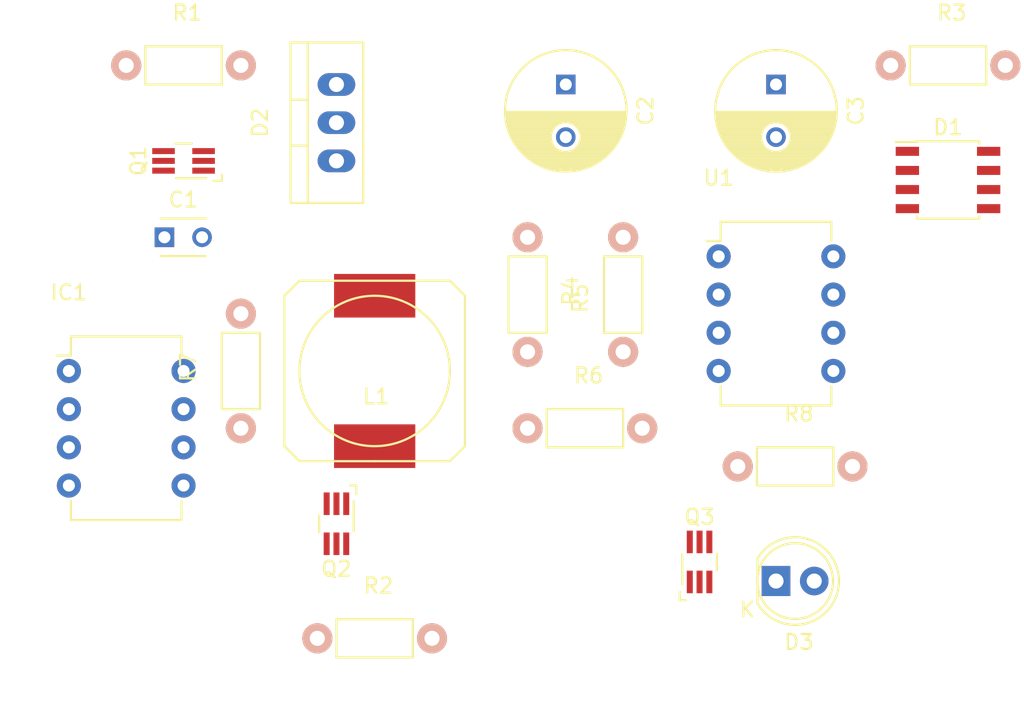
<source format=kicad_pcb>
(kicad_pcb (version 4) (host pcbnew 4.0.4-stable)

  (general
    (links 38)
    (no_connects 38)
    (area 84.247619 59.02488 152.585001 106.485)
    (thickness 1.6)
    (drawings 0)
    (tracks 0)
    (zones 0)
    (modules 20)
    (nets 19)
  )

  (page A4)
  (layers
    (0 F.Cu signal)
    (31 B.Cu signal)
    (32 B.Adhes user)
    (33 F.Adhes user)
    (34 B.Paste user)
    (35 F.Paste user)
    (36 B.SilkS user)
    (37 F.SilkS user)
    (38 B.Mask user)
    (39 F.Mask user)
    (40 Dwgs.User user)
    (41 Cmts.User user)
    (42 Eco1.User user)
    (43 Eco2.User user)
    (44 Edge.Cuts user)
    (45 Margin user)
    (46 B.CrtYd user)
    (47 F.CrtYd user)
    (48 B.Fab user)
    (49 F.Fab user)
  )

  (setup
    (last_trace_width 0.25)
    (trace_clearance 0.2)
    (zone_clearance 0.508)
    (zone_45_only no)
    (trace_min 0.2)
    (segment_width 0.2)
    (edge_width 0.15)
    (via_size 0.6)
    (via_drill 0.4)
    (via_min_size 0.4)
    (via_min_drill 0.3)
    (uvia_size 0.3)
    (uvia_drill 0.1)
    (uvias_allowed no)
    (uvia_min_size 0.2)
    (uvia_min_drill 0.1)
    (pcb_text_width 0.3)
    (pcb_text_size 1.5 1.5)
    (mod_edge_width 0.15)
    (mod_text_size 1 1)
    (mod_text_width 0.15)
    (pad_size 1.524 1.524)
    (pad_drill 0.762)
    (pad_to_mask_clearance 0.2)
    (aux_axis_origin 0 0)
    (visible_elements 7FFFFFFF)
    (pcbplotparams
      (layerselection 0x00030_80000001)
      (usegerberextensions false)
      (excludeedgelayer true)
      (linewidth 0.100000)
      (plotframeref false)
      (viasonmask false)
      (mode 1)
      (useauxorigin false)
      (hpglpennumber 1)
      (hpglpenspeed 20)
      (hpglpendiameter 15)
      (hpglpenoverlay 2)
      (psnegative false)
      (psa4output false)
      (plotreference true)
      (plotvalue true)
      (plotinvisibletext false)
      (padsonsilk false)
      (subtractmaskfromsilk false)
      (outputformat 1)
      (mirror false)
      (drillshape 1)
      (scaleselection 1)
      (outputdirectory ""))
  )

  (net 0 "")
  (net 1 Reg-vss)
  (net 2 Reg-vdd)
  (net 3 "Net-(D1-Pad1)")
  (net 4 "Net-(D3-Pad1)")
  (net 5 "Net-(D3-Pad2)")
  (net 6 Vdd)
  (net 7 "Net-(C1-Pad2)")
  (net 8 "Net-(Q1-Pad2)")
  (net 9 Vss)
  (net 10 /attinyPWM)
  (net 11 attinyLEDPWM)
  (net 12 "Net-(IC1-Pad1)")
  (net 13 "Net-(R4-Pad2)")
  (net 14 "Net-(R5-Pad2)")
  (net 15 attinyADC)
  (net 16 "Net-(R7-Pad2)")
  (net 17 "Net-(IC1-Pad2)")
  (net 18 "Net-(IC1-Pad6)")

  (net_class Default "This is the default net class."
    (clearance 0.2)
    (trace_width 0.25)
    (via_dia 0.6)
    (via_drill 0.4)
    (uvia_dia 0.3)
    (uvia_drill 0.1)
    (add_net /attinyPWM)
    (add_net "Net-(C1-Pad2)")
    (add_net "Net-(D1-Pad1)")
    (add_net "Net-(D3-Pad1)")
    (add_net "Net-(D3-Pad2)")
    (add_net "Net-(IC1-Pad1)")
    (add_net "Net-(IC1-Pad2)")
    (add_net "Net-(IC1-Pad6)")
    (add_net "Net-(Q1-Pad2)")
    (add_net "Net-(R4-Pad2)")
    (add_net "Net-(R5-Pad2)")
    (add_net "Net-(R7-Pad2)")
    (add_net Reg-vdd)
    (add_net Reg-vss)
    (add_net Vdd)
    (add_net Vss)
    (add_net attinyADC)
    (add_net attinyLEDPWM)
  )

  (module Capacitors_ThroughHole:C_Radial_D8_L11.5_P3.5 (layer F.Cu) (tedit 0) (tstamp 58593D0C)
    (at 121.92 64.77 270)
    (descr "Radial Electrolytic Capacitor Diameter 8mm x Length 11.5mm, Pitch 3.5mm")
    (tags "Electrolytic Capacitor")
    (path /584F1080)
    (fp_text reference C2 (at 1.75 -5.3 270) (layer F.SilkS)
      (effects (font (size 1 1) (thickness 0.15)))
    )
    (fp_text value 100uF (at 1.75 5.3 270) (layer F.Fab)
      (effects (font (size 1 1) (thickness 0.15)))
    )
    (fp_line (start 1.825 -3.999) (end 1.825 3.999) (layer F.SilkS) (width 0.15))
    (fp_line (start 1.965 -3.994) (end 1.965 3.994) (layer F.SilkS) (width 0.15))
    (fp_line (start 2.105 -3.984) (end 2.105 3.984) (layer F.SilkS) (width 0.15))
    (fp_line (start 2.245 -3.969) (end 2.245 3.969) (layer F.SilkS) (width 0.15))
    (fp_line (start 2.385 -3.949) (end 2.385 3.949) (layer F.SilkS) (width 0.15))
    (fp_line (start 2.525 -3.924) (end 2.525 -0.222) (layer F.SilkS) (width 0.15))
    (fp_line (start 2.525 0.222) (end 2.525 3.924) (layer F.SilkS) (width 0.15))
    (fp_line (start 2.665 -3.894) (end 2.665 -0.55) (layer F.SilkS) (width 0.15))
    (fp_line (start 2.665 0.55) (end 2.665 3.894) (layer F.SilkS) (width 0.15))
    (fp_line (start 2.805 -3.858) (end 2.805 -0.719) (layer F.SilkS) (width 0.15))
    (fp_line (start 2.805 0.719) (end 2.805 3.858) (layer F.SilkS) (width 0.15))
    (fp_line (start 2.945 -3.817) (end 2.945 -0.832) (layer F.SilkS) (width 0.15))
    (fp_line (start 2.945 0.832) (end 2.945 3.817) (layer F.SilkS) (width 0.15))
    (fp_line (start 3.085 -3.771) (end 3.085 -0.91) (layer F.SilkS) (width 0.15))
    (fp_line (start 3.085 0.91) (end 3.085 3.771) (layer F.SilkS) (width 0.15))
    (fp_line (start 3.225 -3.718) (end 3.225 -0.961) (layer F.SilkS) (width 0.15))
    (fp_line (start 3.225 0.961) (end 3.225 3.718) (layer F.SilkS) (width 0.15))
    (fp_line (start 3.365 -3.659) (end 3.365 -0.991) (layer F.SilkS) (width 0.15))
    (fp_line (start 3.365 0.991) (end 3.365 3.659) (layer F.SilkS) (width 0.15))
    (fp_line (start 3.505 -3.594) (end 3.505 -1) (layer F.SilkS) (width 0.15))
    (fp_line (start 3.505 1) (end 3.505 3.594) (layer F.SilkS) (width 0.15))
    (fp_line (start 3.645 -3.523) (end 3.645 -0.989) (layer F.SilkS) (width 0.15))
    (fp_line (start 3.645 0.989) (end 3.645 3.523) (layer F.SilkS) (width 0.15))
    (fp_line (start 3.785 -3.444) (end 3.785 -0.959) (layer F.SilkS) (width 0.15))
    (fp_line (start 3.785 0.959) (end 3.785 3.444) (layer F.SilkS) (width 0.15))
    (fp_line (start 3.925 -3.357) (end 3.925 -0.905) (layer F.SilkS) (width 0.15))
    (fp_line (start 3.925 0.905) (end 3.925 3.357) (layer F.SilkS) (width 0.15))
    (fp_line (start 4.065 -3.262) (end 4.065 -0.825) (layer F.SilkS) (width 0.15))
    (fp_line (start 4.065 0.825) (end 4.065 3.262) (layer F.SilkS) (width 0.15))
    (fp_line (start 4.205 -3.158) (end 4.205 -0.709) (layer F.SilkS) (width 0.15))
    (fp_line (start 4.205 0.709) (end 4.205 3.158) (layer F.SilkS) (width 0.15))
    (fp_line (start 4.345 -3.044) (end 4.345 -0.535) (layer F.SilkS) (width 0.15))
    (fp_line (start 4.345 0.535) (end 4.345 3.044) (layer F.SilkS) (width 0.15))
    (fp_line (start 4.485 -2.919) (end 4.485 -0.173) (layer F.SilkS) (width 0.15))
    (fp_line (start 4.485 0.173) (end 4.485 2.919) (layer F.SilkS) (width 0.15))
    (fp_line (start 4.625 -2.781) (end 4.625 2.781) (layer F.SilkS) (width 0.15))
    (fp_line (start 4.765 -2.629) (end 4.765 2.629) (layer F.SilkS) (width 0.15))
    (fp_line (start 4.905 -2.459) (end 4.905 2.459) (layer F.SilkS) (width 0.15))
    (fp_line (start 5.045 -2.268) (end 5.045 2.268) (layer F.SilkS) (width 0.15))
    (fp_line (start 5.185 -2.05) (end 5.185 2.05) (layer F.SilkS) (width 0.15))
    (fp_line (start 5.325 -1.794) (end 5.325 1.794) (layer F.SilkS) (width 0.15))
    (fp_line (start 5.465 -1.483) (end 5.465 1.483) (layer F.SilkS) (width 0.15))
    (fp_line (start 5.605 -1.067) (end 5.605 1.067) (layer F.SilkS) (width 0.15))
    (fp_line (start 5.745 -0.2) (end 5.745 0.2) (layer F.SilkS) (width 0.15))
    (fp_circle (center 3.5 0) (end 3.5 -1) (layer F.SilkS) (width 0.15))
    (fp_circle (center 1.75 0) (end 1.75 -4.0375) (layer F.SilkS) (width 0.15))
    (fp_circle (center 1.75 0) (end 1.75 -4.3) (layer F.CrtYd) (width 0.05))
    (pad 2 thru_hole circle (at 3.5 0 270) (size 1.3 1.3) (drill 0.8) (layers *.Cu *.Mask)
      (net 1 Reg-vss))
    (pad 1 thru_hole rect (at 0 0 270) (size 1.3 1.3) (drill 0.8) (layers *.Cu *.Mask)
      (net 2 Reg-vdd))
    (model Capacitors_ThroughHole.3dshapes/C_Radial_D8_L11.5_P3.5.wrl
      (at (xyz 0 0 0))
      (scale (xyz 1 1 1))
      (rotate (xyz 0 0 0))
    )
  )

  (module Capacitors_ThroughHole:C_Radial_D8_L11.5_P3.5 (layer F.Cu) (tedit 0) (tstamp 58593D41)
    (at 135.89 64.77 270)
    (descr "Radial Electrolytic Capacitor Diameter 8mm x Length 11.5mm, Pitch 3.5mm")
    (tags "Electrolytic Capacitor")
    (path /585928E4)
    (fp_text reference C3 (at 1.75 -5.3 270) (layer F.SilkS)
      (effects (font (size 1 1) (thickness 0.15)))
    )
    (fp_text value 100uF (at 1.75 5.3 270) (layer F.Fab)
      (effects (font (size 1 1) (thickness 0.15)))
    )
    (fp_line (start 1.825 -3.999) (end 1.825 3.999) (layer F.SilkS) (width 0.15))
    (fp_line (start 1.965 -3.994) (end 1.965 3.994) (layer F.SilkS) (width 0.15))
    (fp_line (start 2.105 -3.984) (end 2.105 3.984) (layer F.SilkS) (width 0.15))
    (fp_line (start 2.245 -3.969) (end 2.245 3.969) (layer F.SilkS) (width 0.15))
    (fp_line (start 2.385 -3.949) (end 2.385 3.949) (layer F.SilkS) (width 0.15))
    (fp_line (start 2.525 -3.924) (end 2.525 -0.222) (layer F.SilkS) (width 0.15))
    (fp_line (start 2.525 0.222) (end 2.525 3.924) (layer F.SilkS) (width 0.15))
    (fp_line (start 2.665 -3.894) (end 2.665 -0.55) (layer F.SilkS) (width 0.15))
    (fp_line (start 2.665 0.55) (end 2.665 3.894) (layer F.SilkS) (width 0.15))
    (fp_line (start 2.805 -3.858) (end 2.805 -0.719) (layer F.SilkS) (width 0.15))
    (fp_line (start 2.805 0.719) (end 2.805 3.858) (layer F.SilkS) (width 0.15))
    (fp_line (start 2.945 -3.817) (end 2.945 -0.832) (layer F.SilkS) (width 0.15))
    (fp_line (start 2.945 0.832) (end 2.945 3.817) (layer F.SilkS) (width 0.15))
    (fp_line (start 3.085 -3.771) (end 3.085 -0.91) (layer F.SilkS) (width 0.15))
    (fp_line (start 3.085 0.91) (end 3.085 3.771) (layer F.SilkS) (width 0.15))
    (fp_line (start 3.225 -3.718) (end 3.225 -0.961) (layer F.SilkS) (width 0.15))
    (fp_line (start 3.225 0.961) (end 3.225 3.718) (layer F.SilkS) (width 0.15))
    (fp_line (start 3.365 -3.659) (end 3.365 -0.991) (layer F.SilkS) (width 0.15))
    (fp_line (start 3.365 0.991) (end 3.365 3.659) (layer F.SilkS) (width 0.15))
    (fp_line (start 3.505 -3.594) (end 3.505 -1) (layer F.SilkS) (width 0.15))
    (fp_line (start 3.505 1) (end 3.505 3.594) (layer F.SilkS) (width 0.15))
    (fp_line (start 3.645 -3.523) (end 3.645 -0.989) (layer F.SilkS) (width 0.15))
    (fp_line (start 3.645 0.989) (end 3.645 3.523) (layer F.SilkS) (width 0.15))
    (fp_line (start 3.785 -3.444) (end 3.785 -0.959) (layer F.SilkS) (width 0.15))
    (fp_line (start 3.785 0.959) (end 3.785 3.444) (layer F.SilkS) (width 0.15))
    (fp_line (start 3.925 -3.357) (end 3.925 -0.905) (layer F.SilkS) (width 0.15))
    (fp_line (start 3.925 0.905) (end 3.925 3.357) (layer F.SilkS) (width 0.15))
    (fp_line (start 4.065 -3.262) (end 4.065 -0.825) (layer F.SilkS) (width 0.15))
    (fp_line (start 4.065 0.825) (end 4.065 3.262) (layer F.SilkS) (width 0.15))
    (fp_line (start 4.205 -3.158) (end 4.205 -0.709) (layer F.SilkS) (width 0.15))
    (fp_line (start 4.205 0.709) (end 4.205 3.158) (layer F.SilkS) (width 0.15))
    (fp_line (start 4.345 -3.044) (end 4.345 -0.535) (layer F.SilkS) (width 0.15))
    (fp_line (start 4.345 0.535) (end 4.345 3.044) (layer F.SilkS) (width 0.15))
    (fp_line (start 4.485 -2.919) (end 4.485 -0.173) (layer F.SilkS) (width 0.15))
    (fp_line (start 4.485 0.173) (end 4.485 2.919) (layer F.SilkS) (width 0.15))
    (fp_line (start 4.625 -2.781) (end 4.625 2.781) (layer F.SilkS) (width 0.15))
    (fp_line (start 4.765 -2.629) (end 4.765 2.629) (layer F.SilkS) (width 0.15))
    (fp_line (start 4.905 -2.459) (end 4.905 2.459) (layer F.SilkS) (width 0.15))
    (fp_line (start 5.045 -2.268) (end 5.045 2.268) (layer F.SilkS) (width 0.15))
    (fp_line (start 5.185 -2.05) (end 5.185 2.05) (layer F.SilkS) (width 0.15))
    (fp_line (start 5.325 -1.794) (end 5.325 1.794) (layer F.SilkS) (width 0.15))
    (fp_line (start 5.465 -1.483) (end 5.465 1.483) (layer F.SilkS) (width 0.15))
    (fp_line (start 5.605 -1.067) (end 5.605 1.067) (layer F.SilkS) (width 0.15))
    (fp_line (start 5.745 -0.2) (end 5.745 0.2) (layer F.SilkS) (width 0.15))
    (fp_circle (center 3.5 0) (end 3.5 -1) (layer F.SilkS) (width 0.15))
    (fp_circle (center 1.75 0) (end 1.75 -4.0375) (layer F.SilkS) (width 0.15))
    (fp_circle (center 1.75 0) (end 1.75 -4.3) (layer F.CrtYd) (width 0.05))
    (pad 2 thru_hole circle (at 3.5 0 270) (size 1.3 1.3) (drill 0.8) (layers *.Cu *.Mask)
      (net 1 Reg-vss))
    (pad 1 thru_hole rect (at 0 0 270) (size 1.3 1.3) (drill 0.8) (layers *.Cu *.Mask)
      (net 2 Reg-vdd))
    (model Capacitors_ThroughHole.3dshapes/C_Radial_D8_L11.5_P3.5.wrl
      (at (xyz 0 0 0))
      (scale (xyz 1 1 1))
      (rotate (xyz 0 0 0))
    )
  )

  (module Housings_SOIC:SOIC-8_3.9x4.9mm_Pitch1.27mm (layer F.Cu) (tedit 54130A77) (tstamp 58593D5D)
    (at 147.32 71.12)
    (descr "8-Lead Plastic Small Outline (SN) - Narrow, 3.90 mm Body [SOIC] (see Microchip Packaging Specification 00000049BS.pdf)")
    (tags "SOIC 1.27")
    (path /58594096)
    (attr smd)
    (fp_text reference D1 (at 0 -3.5) (layer F.SilkS)
      (effects (font (size 1 1) (thickness 0.15)))
    )
    (fp_text value KA431LDTF (at 0 3.5) (layer F.Fab)
      (effects (font (size 1 1) (thickness 0.15)))
    )
    (fp_line (start -0.95 -2.45) (end 1.95 -2.45) (layer F.Fab) (width 0.15))
    (fp_line (start 1.95 -2.45) (end 1.95 2.45) (layer F.Fab) (width 0.15))
    (fp_line (start 1.95 2.45) (end -1.95 2.45) (layer F.Fab) (width 0.15))
    (fp_line (start -1.95 2.45) (end -1.95 -1.45) (layer F.Fab) (width 0.15))
    (fp_line (start -1.95 -1.45) (end -0.95 -2.45) (layer F.Fab) (width 0.15))
    (fp_line (start -3.75 -2.75) (end -3.75 2.75) (layer F.CrtYd) (width 0.05))
    (fp_line (start 3.75 -2.75) (end 3.75 2.75) (layer F.CrtYd) (width 0.05))
    (fp_line (start -3.75 -2.75) (end 3.75 -2.75) (layer F.CrtYd) (width 0.05))
    (fp_line (start -3.75 2.75) (end 3.75 2.75) (layer F.CrtYd) (width 0.05))
    (fp_line (start -2.075 -2.575) (end -2.075 -2.525) (layer F.SilkS) (width 0.15))
    (fp_line (start 2.075 -2.575) (end 2.075 -2.43) (layer F.SilkS) (width 0.15))
    (fp_line (start 2.075 2.575) (end 2.075 2.43) (layer F.SilkS) (width 0.15))
    (fp_line (start -2.075 2.575) (end -2.075 2.43) (layer F.SilkS) (width 0.15))
    (fp_line (start -2.075 -2.575) (end 2.075 -2.575) (layer F.SilkS) (width 0.15))
    (fp_line (start -2.075 2.575) (end 2.075 2.575) (layer F.SilkS) (width 0.15))
    (fp_line (start -2.075 -2.525) (end -3.475 -2.525) (layer F.SilkS) (width 0.15))
    (pad 1 smd rect (at -2.7 -1.905) (size 1.55 0.6) (layers F.Cu F.Paste F.Mask)
      (net 3 "Net-(D1-Pad1)"))
    (pad 2 smd rect (at -2.7 -0.635) (size 1.55 0.6) (layers F.Cu F.Paste F.Mask))
    (pad 3 smd rect (at -2.7 0.635) (size 1.55 0.6) (layers F.Cu F.Paste F.Mask))
    (pad 4 smd rect (at -2.7 1.905) (size 1.55 0.6) (layers F.Cu F.Paste F.Mask))
    (pad 5 smd rect (at 2.7 1.905) (size 1.55 0.6) (layers F.Cu F.Paste F.Mask))
    (pad 6 smd rect (at 2.7 0.635) (size 1.55 0.6) (layers F.Cu F.Paste F.Mask)
      (net 1 Reg-vss))
    (pad 7 smd rect (at 2.7 -0.635) (size 1.55 0.6) (layers F.Cu F.Paste F.Mask))
    (pad 8 smd rect (at 2.7 -1.905) (size 1.55 0.6) (layers F.Cu F.Paste F.Mask)
      (net 3 "Net-(D1-Pad1)"))
    (model Housings_SOIC.3dshapes/SOIC-8_3.9x4.9mm_Pitch1.27mm.wrl
      (at (xyz 0 0 0))
      (scale (xyz 1 1 1))
      (rotate (xyz 0 0 0))
    )
  )

  (module LEDs:LED-5MM (layer F.Cu) (tedit 5570F7EA) (tstamp 58593D69)
    (at 135.89 97.79)
    (descr "LED 5mm round vertical")
    (tags "LED 5mm round vertical")
    (path /585A39D8)
    (fp_text reference D3 (at 1.524 4.064) (layer F.SilkS)
      (effects (font (size 1 1) (thickness 0.15)))
    )
    (fp_text value LED (at 1.524 -3.937) (layer F.Fab)
      (effects (font (size 1 1) (thickness 0.15)))
    )
    (fp_line (start -1.5 -1.55) (end -1.5 1.55) (layer F.CrtYd) (width 0.05))
    (fp_arc (start 1.3 0) (end -1.5 1.55) (angle -302) (layer F.CrtYd) (width 0.05))
    (fp_arc (start 1.27 0) (end -1.23 -1.5) (angle 297.5) (layer F.SilkS) (width 0.15))
    (fp_line (start -1.23 1.5) (end -1.23 -1.5) (layer F.SilkS) (width 0.15))
    (fp_circle (center 1.27 0) (end 0.97 -2.5) (layer F.SilkS) (width 0.15))
    (fp_text user K (at -1.905 1.905) (layer F.SilkS)
      (effects (font (size 1 1) (thickness 0.15)))
    )
    (pad 1 thru_hole rect (at 0 0 90) (size 2 1.9) (drill 1.00076) (layers *.Cu *.Mask)
      (net 4 "Net-(D3-Pad1)"))
    (pad 2 thru_hole circle (at 2.54 0) (size 1.9 1.9) (drill 1.00076) (layers *.Cu *.Mask)
      (net 5 "Net-(D3-Pad2)"))
    (model LEDs.3dshapes/LED-5MM.wrl
      (at (xyz 0.05 0 0))
      (scale (xyz 1 1 1))
      (rotate (xyz 0 0 90))
    )
  )

  (module Inductors:SELF-WE-PD-XXL (layer F.Cu) (tedit 0) (tstamp 58593D7B)
    (at 109.22 83.82 90)
    (descr "SELF- WE-PD-XXL")
    (path /584BB7DB)
    (attr smd)
    (fp_text reference L1 (at -1.69926 0.09906 180) (layer F.SilkS)
      (effects (font (size 1 1) (thickness 0.15)))
    )
    (fp_text value 10uH (at 1.80086 0 180) (layer F.Fab)
      (effects (font (size 1 1) (thickness 0.15)))
    )
    (fp_circle (center 0 0) (end 0 -5.00126) (layer F.SilkS) (width 0.15))
    (fp_line (start -5.99948 0) (end -5.99948 -5.00126) (layer F.SilkS) (width 0.15))
    (fp_line (start -5.99948 -5.00126) (end -5.00126 -5.99948) (layer F.SilkS) (width 0.15))
    (fp_line (start -5.00126 -5.99948) (end 5.00126 -5.99948) (layer F.SilkS) (width 0.15))
    (fp_line (start 5.00126 -5.99948) (end 5.99948 -5.00126) (layer F.SilkS) (width 0.15))
    (fp_line (start 5.99948 -5.00126) (end 5.99948 5.00126) (layer F.SilkS) (width 0.15))
    (fp_line (start 5.99948 5.00126) (end 5.00126 5.99948) (layer F.SilkS) (width 0.15))
    (fp_line (start 5.00126 5.99948) (end -5.00126 5.99948) (layer F.SilkS) (width 0.15))
    (fp_line (start -5.00126 5.99948) (end -5.99948 5.00126) (layer F.SilkS) (width 0.15))
    (fp_line (start -5.99948 5.00126) (end -5.99948 0) (layer F.SilkS) (width 0.15))
    (fp_text user "" (at 0 0 90) (layer F.SilkS)
      (effects (font (size 1 1) (thickness 0.15)))
    )
    (fp_text user "" (at 0 0 90) (layer F.SilkS)
      (effects (font (size 1 1) (thickness 0.15)))
    )
    (pad 1 smd rect (at -5.00126 0 90) (size 2.90068 5.40004) (layers F.Cu F.Paste F.Mask)
      (net 2 Reg-vdd))
    (pad 2 smd rect (at 5.00126 0 90) (size 2.90068 5.40004) (layers F.Cu F.Paste F.Mask)
      (net 6 Vdd))
    (model Inductors.3dshapes/SELF-WE-PD-XXL.wrl
      (at (xyz 0 0 0))
      (scale (xyz 1 1 1))
      (rotate (xyz 0 0 0))
    )
  )

  (module TO_SOT_Packages_SMD:SC-70-6_Handsoldering (layer F.Cu) (tedit 56EA23C4) (tstamp 58593D8D)
    (at 96.52 69.85 90)
    (descr "SC-70-6, Handsoldering,")
    (tags "SC-70-6 Handsoldering")
    (path /585A77C2)
    (attr smd)
    (fp_text reference Q1 (at 0 -3 90) (layer F.SilkS)
      (effects (font (size 1 1) (thickness 0.15)))
    )
    (fp_text value "SiA436DJ DGS" (at 0 3.5 90) (layer F.Fab)
      (effects (font (size 1 1) (thickness 0.15)))
    )
    (fp_line (start 1.3 2.4) (end 1.3 -2.4) (layer F.CrtYd) (width 0.05))
    (fp_line (start -1.3 2.4) (end 1.3 2.4) (layer F.CrtYd) (width 0.05))
    (fp_line (start -1.3 -2.4) (end -1.3 2.4) (layer F.CrtYd) (width 0.05))
    (fp_line (start 1.3 -2.4) (end -1.3 -2.4) (layer F.CrtYd) (width 0.05))
    (fp_line (start 1.15 -0.55) (end 1.15 0.55) (layer F.SilkS) (width 0.15))
    (fp_line (start -1.15 -0.5) (end -1.15 1.5) (layer F.SilkS) (width 0.15))
    (fp_line (start -1.3208 1.97866) (end -1.3208 2.54762) (layer F.SilkS) (width 0.15))
    (fp_line (start -1.3208 2.54762) (end -0.90932 2.54762) (layer F.SilkS) (width 0.15))
    (pad 1 smd rect (at -0.65024 1.33096 90) (size 0.39878 1.50114) (layers F.Cu F.Paste F.Mask)
      (net 7 "Net-(C1-Pad2)"))
    (pad 2 smd rect (at 0 1.33096 90) (size 0.39878 1.50114) (layers F.Cu F.Paste F.Mask)
      (net 8 "Net-(Q1-Pad2)"))
    (pad 3 smd rect (at 0.65024 1.33096 90) (size 0.39878 1.50114) (layers F.Cu F.Paste F.Mask)
      (net 9 Vss))
    (pad 4 smd rect (at 0.65024 -1.33096 90) (size 0.39878 1.50114) (layers F.Cu F.Paste F.Mask))
    (pad 5 smd rect (at 0 -1.33096 90) (size 0.39878 1.50114) (layers F.Cu F.Paste F.Mask))
    (pad 6 smd rect (at -0.65024 -1.33096 90) (size 0.39878 1.50114) (layers F.Cu F.Paste F.Mask))
    (model TO_SOT_Packages_SMD.3dshapes/SC-70-6_Handsoldering.wrl
      (at (xyz 0 0 0))
      (scale (xyz 1 1 1))
      (rotate (xyz 0 0 0))
    )
  )

  (module TO_SOT_Packages_SMD:SC-70-6_Handsoldering (layer F.Cu) (tedit 56EA23C4) (tstamp 58593D9F)
    (at 106.68 93.98 180)
    (descr "SC-70-6, Handsoldering,")
    (tags "SC-70-6 Handsoldering")
    (path /58592CF3)
    (attr smd)
    (fp_text reference Q2 (at 0 -3 180) (layer F.SilkS)
      (effects (font (size 1 1) (thickness 0.15)))
    )
    (fp_text value "SiA436DJ DGS" (at 0 3.5 180) (layer F.Fab)
      (effects (font (size 1 1) (thickness 0.15)))
    )
    (fp_line (start 1.3 2.4) (end 1.3 -2.4) (layer F.CrtYd) (width 0.05))
    (fp_line (start -1.3 2.4) (end 1.3 2.4) (layer F.CrtYd) (width 0.05))
    (fp_line (start -1.3 -2.4) (end -1.3 2.4) (layer F.CrtYd) (width 0.05))
    (fp_line (start 1.3 -2.4) (end -1.3 -2.4) (layer F.CrtYd) (width 0.05))
    (fp_line (start 1.15 -0.55) (end 1.15 0.55) (layer F.SilkS) (width 0.15))
    (fp_line (start -1.15 -0.5) (end -1.15 1.5) (layer F.SilkS) (width 0.15))
    (fp_line (start -1.3208 1.97866) (end -1.3208 2.54762) (layer F.SilkS) (width 0.15))
    (fp_line (start -1.3208 2.54762) (end -0.90932 2.54762) (layer F.SilkS) (width 0.15))
    (pad 1 smd rect (at -0.65024 1.33096 180) (size 0.39878 1.50114) (layers F.Cu F.Paste F.Mask)
      (net 2 Reg-vdd))
    (pad 2 smd rect (at 0 1.33096 180) (size 0.39878 1.50114) (layers F.Cu F.Paste F.Mask)
      (net 10 /attinyPWM))
    (pad 3 smd rect (at 0.65024 1.33096 180) (size 0.39878 1.50114) (layers F.Cu F.Paste F.Mask)
      (net 9 Vss))
    (pad 4 smd rect (at 0.65024 -1.33096 180) (size 0.39878 1.50114) (layers F.Cu F.Paste F.Mask))
    (pad 5 smd rect (at 0 -1.33096 180) (size 0.39878 1.50114) (layers F.Cu F.Paste F.Mask))
    (pad 6 smd rect (at -0.65024 -1.33096 180) (size 0.39878 1.50114) (layers F.Cu F.Paste F.Mask))
    (model TO_SOT_Packages_SMD.3dshapes/SC-70-6_Handsoldering.wrl
      (at (xyz 0 0 0))
      (scale (xyz 1 1 1))
      (rotate (xyz 0 0 0))
    )
  )

  (module TO_SOT_Packages_SMD:SC-70-6_Handsoldering (layer F.Cu) (tedit 56EA23C4) (tstamp 58593DB1)
    (at 130.81 96.52)
    (descr "SC-70-6, Handsoldering,")
    (tags "SC-70-6 Handsoldering")
    (path /585A3CDC)
    (attr smd)
    (fp_text reference Q3 (at 0 -3) (layer F.SilkS)
      (effects (font (size 1 1) (thickness 0.15)))
    )
    (fp_text value "SiA436DJ DGS" (at 0 3.5) (layer F.Fab)
      (effects (font (size 1 1) (thickness 0.15)))
    )
    (fp_line (start 1.3 2.4) (end 1.3 -2.4) (layer F.CrtYd) (width 0.05))
    (fp_line (start -1.3 2.4) (end 1.3 2.4) (layer F.CrtYd) (width 0.05))
    (fp_line (start -1.3 -2.4) (end -1.3 2.4) (layer F.CrtYd) (width 0.05))
    (fp_line (start 1.3 -2.4) (end -1.3 -2.4) (layer F.CrtYd) (width 0.05))
    (fp_line (start 1.15 -0.55) (end 1.15 0.55) (layer F.SilkS) (width 0.15))
    (fp_line (start -1.15 -0.5) (end -1.15 1.5) (layer F.SilkS) (width 0.15))
    (fp_line (start -1.3208 1.97866) (end -1.3208 2.54762) (layer F.SilkS) (width 0.15))
    (fp_line (start -1.3208 2.54762) (end -0.90932 2.54762) (layer F.SilkS) (width 0.15))
    (pad 1 smd rect (at -0.65024 1.33096) (size 0.39878 1.50114) (layers F.Cu F.Paste F.Mask)
      (net 4 "Net-(D3-Pad1)"))
    (pad 2 smd rect (at 0 1.33096) (size 0.39878 1.50114) (layers F.Cu F.Paste F.Mask)
      (net 11 attinyLEDPWM))
    (pad 3 smd rect (at 0.65024 1.33096) (size 0.39878 1.50114) (layers F.Cu F.Paste F.Mask)
      (net 1 Reg-vss))
    (pad 4 smd rect (at 0.65024 -1.33096) (size 0.39878 1.50114) (layers F.Cu F.Paste F.Mask))
    (pad 5 smd rect (at 0 -1.33096) (size 0.39878 1.50114) (layers F.Cu F.Paste F.Mask))
    (pad 6 smd rect (at -0.65024 -1.33096) (size 0.39878 1.50114) (layers F.Cu F.Paste F.Mask))
    (model TO_SOT_Packages_SMD.3dshapes/SC-70-6_Handsoldering.wrl
      (at (xyz 0 0 0))
      (scale (xyz 1 1 1))
      (rotate (xyz 0 0 0))
    )
  )

  (module Resistors_ThroughHole:Resistor_Horizontal_RM7mm (layer F.Cu) (tedit 569FCF07) (tstamp 58593DBF)
    (at 92.71 63.5)
    (descr "Resistor, Axial,  RM 7.62mm, 1/3W,")
    (tags "Resistor Axial RM 7.62mm 1/3W R3")
    (path /585A8569)
    (fp_text reference R1 (at 4.05892 -3.50012) (layer F.SilkS)
      (effects (font (size 1 1) (thickness 0.15)))
    )
    (fp_text value 10k (at 3.81 3.81) (layer F.Fab)
      (effects (font (size 1 1) (thickness 0.15)))
    )
    (fp_line (start -1.25 -1.5) (end 8.85 -1.5) (layer F.CrtYd) (width 0.05))
    (fp_line (start -1.25 1.5) (end -1.25 -1.5) (layer F.CrtYd) (width 0.05))
    (fp_line (start 8.85 -1.5) (end 8.85 1.5) (layer F.CrtYd) (width 0.05))
    (fp_line (start -1.25 1.5) (end 8.85 1.5) (layer F.CrtYd) (width 0.05))
    (fp_line (start 1.27 -1.27) (end 6.35 -1.27) (layer F.SilkS) (width 0.15))
    (fp_line (start 6.35 -1.27) (end 6.35 1.27) (layer F.SilkS) (width 0.15))
    (fp_line (start 6.35 1.27) (end 1.27 1.27) (layer F.SilkS) (width 0.15))
    (fp_line (start 1.27 1.27) (end 1.27 -1.27) (layer F.SilkS) (width 0.15))
    (pad 1 thru_hole circle (at 0 0) (size 1.99898 1.99898) (drill 1.00076) (layers *.Cu *.SilkS *.Mask)
      (net 6 Vdd))
    (pad 2 thru_hole circle (at 7.62 0) (size 1.99898 1.99898) (drill 1.00076) (layers *.Cu *.SilkS *.Mask)
      (net 8 "Net-(Q1-Pad2)"))
  )

  (module Resistors_ThroughHole:Resistor_Horizontal_RM7mm (layer F.Cu) (tedit 569FCF07) (tstamp 58593DCD)
    (at 105.41 101.6)
    (descr "Resistor, Axial,  RM 7.62mm, 1/3W,")
    (tags "Resistor Axial RM 7.62mm 1/3W R3")
    (path /585A0169)
    (fp_text reference R2 (at 4.05892 -3.50012) (layer F.SilkS)
      (effects (font (size 1 1) (thickness 0.15)))
    )
    (fp_text value 10k (at 3.81 3.81) (layer F.Fab)
      (effects (font (size 1 1) (thickness 0.15)))
    )
    (fp_line (start -1.25 -1.5) (end 8.85 -1.5) (layer F.CrtYd) (width 0.05))
    (fp_line (start -1.25 1.5) (end -1.25 -1.5) (layer F.CrtYd) (width 0.05))
    (fp_line (start 8.85 -1.5) (end 8.85 1.5) (layer F.CrtYd) (width 0.05))
    (fp_line (start -1.25 1.5) (end 8.85 1.5) (layer F.CrtYd) (width 0.05))
    (fp_line (start 1.27 -1.27) (end 6.35 -1.27) (layer F.SilkS) (width 0.15))
    (fp_line (start 6.35 -1.27) (end 6.35 1.27) (layer F.SilkS) (width 0.15))
    (fp_line (start 6.35 1.27) (end 1.27 1.27) (layer F.SilkS) (width 0.15))
    (fp_line (start 1.27 1.27) (end 1.27 -1.27) (layer F.SilkS) (width 0.15))
    (pad 1 thru_hole circle (at 0 0) (size 1.99898 1.99898) (drill 1.00076) (layers *.Cu *.SilkS *.Mask)
      (net 12 "Net-(IC1-Pad1)"))
    (pad 2 thru_hole circle (at 7.62 0) (size 1.99898 1.99898) (drill 1.00076) (layers *.Cu *.SilkS *.Mask)
      (net 6 Vdd))
  )

  (module Resistors_ThroughHole:Resistor_Horizontal_RM7mm (layer F.Cu) (tedit 569FCF07) (tstamp 58593DDB)
    (at 143.51 63.5)
    (descr "Resistor, Axial,  RM 7.62mm, 1/3W,")
    (tags "Resistor Axial RM 7.62mm 1/3W R3")
    (path /58593F6F)
    (fp_text reference R3 (at 4.05892 -3.50012) (layer F.SilkS)
      (effects (font (size 1 1) (thickness 0.15)))
    )
    (fp_text value 300 (at 3.81 3.81) (layer F.Fab)
      (effects (font (size 1 1) (thickness 0.15)))
    )
    (fp_line (start -1.25 -1.5) (end 8.85 -1.5) (layer F.CrtYd) (width 0.05))
    (fp_line (start -1.25 1.5) (end -1.25 -1.5) (layer F.CrtYd) (width 0.05))
    (fp_line (start 8.85 -1.5) (end 8.85 1.5) (layer F.CrtYd) (width 0.05))
    (fp_line (start -1.25 1.5) (end 8.85 1.5) (layer F.CrtYd) (width 0.05))
    (fp_line (start 1.27 -1.27) (end 6.35 -1.27) (layer F.SilkS) (width 0.15))
    (fp_line (start 6.35 -1.27) (end 6.35 1.27) (layer F.SilkS) (width 0.15))
    (fp_line (start 6.35 1.27) (end 1.27 1.27) (layer F.SilkS) (width 0.15))
    (fp_line (start 1.27 1.27) (end 1.27 -1.27) (layer F.SilkS) (width 0.15))
    (pad 1 thru_hole circle (at 0 0) (size 1.99898 1.99898) (drill 1.00076) (layers *.Cu *.SilkS *.Mask)
      (net 2 Reg-vdd))
    (pad 2 thru_hole circle (at 7.62 0) (size 1.99898 1.99898) (drill 1.00076) (layers *.Cu *.SilkS *.Mask)
      (net 3 "Net-(D1-Pad1)"))
  )

  (module Resistors_ThroughHole:Resistor_Horizontal_RM7mm (layer F.Cu) (tedit 569FCF07) (tstamp 58593DE9)
    (at 125.73 82.55 90)
    (descr "Resistor, Axial,  RM 7.62mm, 1/3W,")
    (tags "Resistor Axial RM 7.62mm 1/3W R3")
    (path /585947DC)
    (fp_text reference R4 (at 4.05892 -3.50012 90) (layer F.SilkS)
      (effects (font (size 1 1) (thickness 0.15)))
    )
    (fp_text value 2k (at 3.81 3.81 90) (layer F.Fab)
      (effects (font (size 1 1) (thickness 0.15)))
    )
    (fp_line (start -1.25 -1.5) (end 8.85 -1.5) (layer F.CrtYd) (width 0.05))
    (fp_line (start -1.25 1.5) (end -1.25 -1.5) (layer F.CrtYd) (width 0.05))
    (fp_line (start 8.85 -1.5) (end 8.85 1.5) (layer F.CrtYd) (width 0.05))
    (fp_line (start -1.25 1.5) (end 8.85 1.5) (layer F.CrtYd) (width 0.05))
    (fp_line (start 1.27 -1.27) (end 6.35 -1.27) (layer F.SilkS) (width 0.15))
    (fp_line (start 6.35 -1.27) (end 6.35 1.27) (layer F.SilkS) (width 0.15))
    (fp_line (start 6.35 1.27) (end 1.27 1.27) (layer F.SilkS) (width 0.15))
    (fp_line (start 1.27 1.27) (end 1.27 -1.27) (layer F.SilkS) (width 0.15))
    (pad 1 thru_hole circle (at 0 0 90) (size 1.99898 1.99898) (drill 1.00076) (layers *.Cu *.SilkS *.Mask)
      (net 2 Reg-vdd))
    (pad 2 thru_hole circle (at 7.62 0 90) (size 1.99898 1.99898) (drill 1.00076) (layers *.Cu *.SilkS *.Mask)
      (net 13 "Net-(R4-Pad2)"))
  )

  (module Resistors_ThroughHole:Resistor_Horizontal_RM7mm (layer F.Cu) (tedit 569FCF07) (tstamp 58593DF7)
    (at 119.38 74.93 270)
    (descr "Resistor, Axial,  RM 7.62mm, 1/3W,")
    (tags "Resistor Axial RM 7.62mm 1/3W R3")
    (path /58594855)
    (fp_text reference R5 (at 4.05892 -3.50012 270) (layer F.SilkS)
      (effects (font (size 1 1) (thickness 0.15)))
    )
    (fp_text value 2k (at 3.81 3.81 270) (layer F.Fab)
      (effects (font (size 1 1) (thickness 0.15)))
    )
    (fp_line (start -1.25 -1.5) (end 8.85 -1.5) (layer F.CrtYd) (width 0.05))
    (fp_line (start -1.25 1.5) (end -1.25 -1.5) (layer F.CrtYd) (width 0.05))
    (fp_line (start 8.85 -1.5) (end 8.85 1.5) (layer F.CrtYd) (width 0.05))
    (fp_line (start -1.25 1.5) (end 8.85 1.5) (layer F.CrtYd) (width 0.05))
    (fp_line (start 1.27 -1.27) (end 6.35 -1.27) (layer F.SilkS) (width 0.15))
    (fp_line (start 6.35 -1.27) (end 6.35 1.27) (layer F.SilkS) (width 0.15))
    (fp_line (start 6.35 1.27) (end 1.27 1.27) (layer F.SilkS) (width 0.15))
    (fp_line (start 1.27 1.27) (end 1.27 -1.27) (layer F.SilkS) (width 0.15))
    (pad 1 thru_hole circle (at 0 0 270) (size 1.99898 1.99898) (drill 1.00076) (layers *.Cu *.SilkS *.Mask)
      (net 13 "Net-(R4-Pad2)"))
    (pad 2 thru_hole circle (at 7.62 0 270) (size 1.99898 1.99898) (drill 1.00076) (layers *.Cu *.SilkS *.Mask)
      (net 14 "Net-(R5-Pad2)"))
  )

  (module Resistors_ThroughHole:Resistor_Horizontal_RM7mm (layer F.Cu) (tedit 569FCF07) (tstamp 58593E05)
    (at 119.38 87.63)
    (descr "Resistor, Axial,  RM 7.62mm, 1/3W,")
    (tags "Resistor Axial RM 7.62mm 1/3W R3")
    (path /58594AB8)
    (fp_text reference R6 (at 4.05892 -3.50012) (layer F.SilkS)
      (effects (font (size 1 1) (thickness 0.15)))
    )
    (fp_text value 10k (at 3.81 3.81) (layer F.Fab)
      (effects (font (size 1 1) (thickness 0.15)))
    )
    (fp_line (start -1.25 -1.5) (end 8.85 -1.5) (layer F.CrtYd) (width 0.05))
    (fp_line (start -1.25 1.5) (end -1.25 -1.5) (layer F.CrtYd) (width 0.05))
    (fp_line (start 8.85 -1.5) (end 8.85 1.5) (layer F.CrtYd) (width 0.05))
    (fp_line (start -1.25 1.5) (end 8.85 1.5) (layer F.CrtYd) (width 0.05))
    (fp_line (start 1.27 -1.27) (end 6.35 -1.27) (layer F.SilkS) (width 0.15))
    (fp_line (start 6.35 -1.27) (end 6.35 1.27) (layer F.SilkS) (width 0.15))
    (fp_line (start 6.35 1.27) (end 1.27 1.27) (layer F.SilkS) (width 0.15))
    (fp_line (start 1.27 1.27) (end 1.27 -1.27) (layer F.SilkS) (width 0.15))
    (pad 1 thru_hole circle (at 0 0) (size 1.99898 1.99898) (drill 1.00076) (layers *.Cu *.SilkS *.Mask)
      (net 14 "Net-(R5-Pad2)"))
    (pad 2 thru_hole circle (at 7.62 0) (size 1.99898 1.99898) (drill 1.00076) (layers *.Cu *.SilkS *.Mask)
      (net 1 Reg-vss))
  )

  (module Resistors_ThroughHole:Resistor_Horizontal_RM7mm (layer F.Cu) (tedit 569FCF07) (tstamp 58593E13)
    (at 100.33 87.63 90)
    (descr "Resistor, Axial,  RM 7.62mm, 1/3W,")
    (tags "Resistor Axial RM 7.62mm 1/3W R3")
    (path /58596829)
    (fp_text reference R7 (at 4.05892 -3.50012 90) (layer F.SilkS)
      (effects (font (size 1 1) (thickness 0.15)))
    )
    (fp_text value 10k (at 3.81 3.81 90) (layer F.Fab)
      (effects (font (size 1 1) (thickness 0.15)))
    )
    (fp_line (start -1.25 -1.5) (end 8.85 -1.5) (layer F.CrtYd) (width 0.05))
    (fp_line (start -1.25 1.5) (end -1.25 -1.5) (layer F.CrtYd) (width 0.05))
    (fp_line (start 8.85 -1.5) (end 8.85 1.5) (layer F.CrtYd) (width 0.05))
    (fp_line (start -1.25 1.5) (end 8.85 1.5) (layer F.CrtYd) (width 0.05))
    (fp_line (start 1.27 -1.27) (end 6.35 -1.27) (layer F.SilkS) (width 0.15))
    (fp_line (start 6.35 -1.27) (end 6.35 1.27) (layer F.SilkS) (width 0.15))
    (fp_line (start 6.35 1.27) (end 1.27 1.27) (layer F.SilkS) (width 0.15))
    (fp_line (start 1.27 1.27) (end 1.27 -1.27) (layer F.SilkS) (width 0.15))
    (pad 1 thru_hole circle (at 0 0 90) (size 1.99898 1.99898) (drill 1.00076) (layers *.Cu *.SilkS *.Mask)
      (net 15 attinyADC))
    (pad 2 thru_hole circle (at 7.62 0 90) (size 1.99898 1.99898) (drill 1.00076) (layers *.Cu *.SilkS *.Mask)
      (net 16 "Net-(R7-Pad2)"))
  )

  (module Resistors_ThroughHole:Resistor_Horizontal_RM7mm (layer F.Cu) (tedit 569FCF07) (tstamp 58593E21)
    (at 133.35 90.17)
    (descr "Resistor, Axial,  RM 7.62mm, 1/3W,")
    (tags "Resistor Axial RM 7.62mm 1/3W R3")
    (path /584F1226)
    (fp_text reference R8 (at 4.05892 -3.50012) (layer F.SilkS)
      (effects (font (size 1 1) (thickness 0.15)))
    )
    (fp_text value 27 (at 3.81 3.81) (layer F.Fab)
      (effects (font (size 1 1) (thickness 0.15)))
    )
    (fp_line (start -1.25 -1.5) (end 8.85 -1.5) (layer F.CrtYd) (width 0.05))
    (fp_line (start -1.25 1.5) (end -1.25 -1.5) (layer F.CrtYd) (width 0.05))
    (fp_line (start 8.85 -1.5) (end 8.85 1.5) (layer F.CrtYd) (width 0.05))
    (fp_line (start -1.25 1.5) (end 8.85 1.5) (layer F.CrtYd) (width 0.05))
    (fp_line (start 1.27 -1.27) (end 6.35 -1.27) (layer F.SilkS) (width 0.15))
    (fp_line (start 6.35 -1.27) (end 6.35 1.27) (layer F.SilkS) (width 0.15))
    (fp_line (start 6.35 1.27) (end 1.27 1.27) (layer F.SilkS) (width 0.15))
    (fp_line (start 1.27 1.27) (end 1.27 -1.27) (layer F.SilkS) (width 0.15))
    (pad 1 thru_hole circle (at 0 0) (size 1.99898 1.99898) (drill 1.00076) (layers *.Cu *.SilkS *.Mask)
      (net 2 Reg-vdd))
    (pad 2 thru_hole circle (at 7.62 0) (size 1.99898 1.99898) (drill 1.00076) (layers *.Cu *.SilkS *.Mask)
      (net 5 "Net-(D3-Pad2)"))
  )

  (module Housings_DIP:DIP-8_W7.62mm (layer F.Cu) (tedit 54130A77) (tstamp 58593E38)
    (at 132.08 76.2)
    (descr "8-lead dip package, row spacing 7.62 mm (300 mils)")
    (tags "dil dip 2.54 300")
    (path /585944D7)
    (fp_text reference U1 (at 0 -5.22) (layer F.SilkS)
      (effects (font (size 1 1) (thickness 0.15)))
    )
    (fp_text value LM393 (at 0 -3.72) (layer F.Fab)
      (effects (font (size 1 1) (thickness 0.15)))
    )
    (fp_line (start -1.05 -2.45) (end -1.05 10.1) (layer F.CrtYd) (width 0.05))
    (fp_line (start 8.65 -2.45) (end 8.65 10.1) (layer F.CrtYd) (width 0.05))
    (fp_line (start -1.05 -2.45) (end 8.65 -2.45) (layer F.CrtYd) (width 0.05))
    (fp_line (start -1.05 10.1) (end 8.65 10.1) (layer F.CrtYd) (width 0.05))
    (fp_line (start 0.135 -2.295) (end 0.135 -1.025) (layer F.SilkS) (width 0.15))
    (fp_line (start 7.485 -2.295) (end 7.485 -1.025) (layer F.SilkS) (width 0.15))
    (fp_line (start 7.485 9.915) (end 7.485 8.645) (layer F.SilkS) (width 0.15))
    (fp_line (start 0.135 9.915) (end 0.135 8.645) (layer F.SilkS) (width 0.15))
    (fp_line (start 0.135 -2.295) (end 7.485 -2.295) (layer F.SilkS) (width 0.15))
    (fp_line (start 0.135 9.915) (end 7.485 9.915) (layer F.SilkS) (width 0.15))
    (fp_line (start 0.135 -1.025) (end -0.8 -1.025) (layer F.SilkS) (width 0.15))
    (pad 1 thru_hole oval (at 0 0) (size 1.6 1.6) (drill 0.8) (layers *.Cu *.Mask)
      (net 16 "Net-(R7-Pad2)"))
    (pad 2 thru_hole oval (at 0 2.54) (size 1.6 1.6) (drill 0.8) (layers *.Cu *.Mask)
      (net 14 "Net-(R5-Pad2)"))
    (pad 3 thru_hole oval (at 0 5.08) (size 1.6 1.6) (drill 0.8) (layers *.Cu *.Mask)
      (net 3 "Net-(D1-Pad1)"))
    (pad 4 thru_hole oval (at 0 7.62) (size 1.6 1.6) (drill 0.8) (layers *.Cu *.Mask)
      (net 1 Reg-vss))
    (pad 5 thru_hole oval (at 7.62 7.62) (size 1.6 1.6) (drill 0.8) (layers *.Cu *.Mask)
      (net 9 Vss))
    (pad 6 thru_hole oval (at 7.62 5.08) (size 1.6 1.6) (drill 0.8) (layers *.Cu *.Mask)
      (net 9 Vss))
    (pad 7 thru_hole oval (at 7.62 2.54) (size 1.6 1.6) (drill 0.8) (layers *.Cu *.Mask)
      (net 9 Vss))
    (pad 8 thru_hole oval (at 7.62 0) (size 1.6 1.6) (drill 0.8) (layers *.Cu *.Mask)
      (net 2 Reg-vdd))
    (model Housings_DIP.3dshapes/DIP-8_W7.62mm.wrl
      (at (xyz 0 0 0))
      (scale (xyz 1 1 1))
      (rotate (xyz 0 0 0))
    )
  )

  (module Capacitors_ThroughHole:C_Disc_D3_P2.5 (layer F.Cu) (tedit 0) (tstamp 58594062)
    (at 95.25 74.93)
    (descr "Capacitor 3mm Disc, Pitch 2.5mm")
    (tags Capacitor)
    (path /584BBD4E)
    (fp_text reference C1 (at 1.25 -2.5) (layer F.SilkS)
      (effects (font (size 1 1) (thickness 0.15)))
    )
    (fp_text value 47uF (at 1.25 2.5) (layer F.Fab)
      (effects (font (size 1 1) (thickness 0.15)))
    )
    (fp_line (start -0.9 -1.5) (end 3.4 -1.5) (layer F.CrtYd) (width 0.05))
    (fp_line (start 3.4 -1.5) (end 3.4 1.5) (layer F.CrtYd) (width 0.05))
    (fp_line (start 3.4 1.5) (end -0.9 1.5) (layer F.CrtYd) (width 0.05))
    (fp_line (start -0.9 1.5) (end -0.9 -1.5) (layer F.CrtYd) (width 0.05))
    (fp_line (start -0.25 -1.25) (end 2.75 -1.25) (layer F.SilkS) (width 0.15))
    (fp_line (start 2.75 1.25) (end -0.25 1.25) (layer F.SilkS) (width 0.15))
    (pad 1 thru_hole rect (at 0 0) (size 1.3 1.3) (drill 0.8) (layers *.Cu *.Mask)
      (net 6 Vdd))
    (pad 2 thru_hole circle (at 2.5 0) (size 1.3 1.3) (drill 0.8001) (layers *.Cu *.Mask)
      (net 7 "Net-(C1-Pad2)"))
    (model Capacitors_ThroughHole.3dshapes/C_Disc_D3_P2.5.wrl
      (at (xyz 0.0492126 0 0))
      (scale (xyz 1 1 1))
      (rotate (xyz 0 0 0))
    )
  )

  (module TO_SOT_Packages_THT:TO-220_Neutral123_Vertical (layer F.Cu) (tedit 0) (tstamp 58594073)
    (at 106.68 67.31 90)
    (descr "TO-220, Neutral, Vertical,")
    (tags "TO-220, Neutral, Vertical,")
    (path /584F1016)
    (fp_text reference D2 (at 0 -5.08 90) (layer F.SilkS)
      (effects (font (size 1 1) (thickness 0.15)))
    )
    (fp_text value MBR20100CT (at 0 3.81 90) (layer F.Fab)
      (effects (font (size 1 1) (thickness 0.15)))
    )
    (fp_line (start -1.524 -3.048) (end -1.524 -1.905) (layer F.SilkS) (width 0.15))
    (fp_line (start 1.524 -3.048) (end 1.524 -1.905) (layer F.SilkS) (width 0.15))
    (fp_line (start 5.334 -1.905) (end 5.334 1.778) (layer F.SilkS) (width 0.15))
    (fp_line (start 5.334 1.778) (end -5.334 1.778) (layer F.SilkS) (width 0.15))
    (fp_line (start -5.334 1.778) (end -5.334 -1.905) (layer F.SilkS) (width 0.15))
    (fp_line (start 5.334 -3.048) (end 5.334 -1.905) (layer F.SilkS) (width 0.15))
    (fp_line (start 5.334 -1.905) (end -5.334 -1.905) (layer F.SilkS) (width 0.15))
    (fp_line (start -5.334 -1.905) (end -5.334 -3.048) (layer F.SilkS) (width 0.15))
    (fp_line (start 0 -3.048) (end -5.334 -3.048) (layer F.SilkS) (width 0.15))
    (fp_line (start 0 -3.048) (end 5.334 -3.048) (layer F.SilkS) (width 0.15))
    (pad 2 thru_hole oval (at 0 0 180) (size 2.49936 1.50114) (drill 1.00076) (layers *.Cu *.Mask)
      (net 1 Reg-vss))
    (pad 1 thru_hole oval (at -2.54 0 180) (size 2.49936 1.50114) (drill 1.00076) (layers *.Cu *.Mask)
      (net 6 Vdd))
    (pad 3 thru_hole oval (at 2.54 0 180) (size 2.49936 1.50114) (drill 1.00076) (layers *.Cu *.Mask))
    (model TO_SOT_Packages_THT.3dshapes/TO-220_Neutral123_Vertical.wrl
      (at (xyz 0 0 0))
      (scale (xyz 0.3937 0.3937 0.3937))
      (rotate (xyz 0 0 0))
    )
  )

  (module Housings_DIP:DIP-8_W7.62mm (layer F.Cu) (tedit 54130A77) (tstamp 5859408A)
    (at 88.9 83.82)
    (descr "8-lead dip package, row spacing 7.62 mm (300 mils)")
    (tags "dil dip 2.54 300")
    (path /584B52AD)
    (fp_text reference IC1 (at 0 -5.22) (layer F.SilkS)
      (effects (font (size 1 1) (thickness 0.15)))
    )
    (fp_text value ATTINY85-P (at 0 -3.72) (layer F.Fab)
      (effects (font (size 1 1) (thickness 0.15)))
    )
    (fp_line (start -1.05 -2.45) (end -1.05 10.1) (layer F.CrtYd) (width 0.05))
    (fp_line (start 8.65 -2.45) (end 8.65 10.1) (layer F.CrtYd) (width 0.05))
    (fp_line (start -1.05 -2.45) (end 8.65 -2.45) (layer F.CrtYd) (width 0.05))
    (fp_line (start -1.05 10.1) (end 8.65 10.1) (layer F.CrtYd) (width 0.05))
    (fp_line (start 0.135 -2.295) (end 0.135 -1.025) (layer F.SilkS) (width 0.15))
    (fp_line (start 7.485 -2.295) (end 7.485 -1.025) (layer F.SilkS) (width 0.15))
    (fp_line (start 7.485 9.915) (end 7.485 8.645) (layer F.SilkS) (width 0.15))
    (fp_line (start 0.135 9.915) (end 0.135 8.645) (layer F.SilkS) (width 0.15))
    (fp_line (start 0.135 -2.295) (end 7.485 -2.295) (layer F.SilkS) (width 0.15))
    (fp_line (start 0.135 9.915) (end 7.485 9.915) (layer F.SilkS) (width 0.15))
    (fp_line (start 0.135 -1.025) (end -0.8 -1.025) (layer F.SilkS) (width 0.15))
    (pad 1 thru_hole oval (at 0 0) (size 1.6 1.6) (drill 0.8) (layers *.Cu *.Mask)
      (net 12 "Net-(IC1-Pad1)"))
    (pad 2 thru_hole oval (at 0 2.54) (size 1.6 1.6) (drill 0.8) (layers *.Cu *.Mask)
      (net 17 "Net-(IC1-Pad2)"))
    (pad 3 thru_hole oval (at 0 5.08) (size 1.6 1.6) (drill 0.8) (layers *.Cu *.Mask)
      (net 10 /attinyPWM))
    (pad 4 thru_hole oval (at 0 7.62) (size 1.6 1.6) (drill 0.8) (layers *.Cu *.Mask)
      (net 7 "Net-(C1-Pad2)"))
    (pad 5 thru_hole oval (at 7.62 7.62) (size 1.6 1.6) (drill 0.8) (layers *.Cu *.Mask)
      (net 11 attinyLEDPWM))
    (pad 6 thru_hole oval (at 7.62 5.08) (size 1.6 1.6) (drill 0.8) (layers *.Cu *.Mask)
      (net 18 "Net-(IC1-Pad6)"))
    (pad 7 thru_hole oval (at 7.62 2.54) (size 1.6 1.6) (drill 0.8) (layers *.Cu *.Mask)
      (net 15 attinyADC))
    (pad 8 thru_hole oval (at 7.62 0) (size 1.6 1.6) (drill 0.8) (layers *.Cu *.Mask)
      (net 6 Vdd))
    (model Housings_DIP.3dshapes/DIP-8_W7.62mm.wrl
      (at (xyz 0 0 0))
      (scale (xyz 1 1 1))
      (rotate (xyz 0 0 0))
    )
  )

)

</source>
